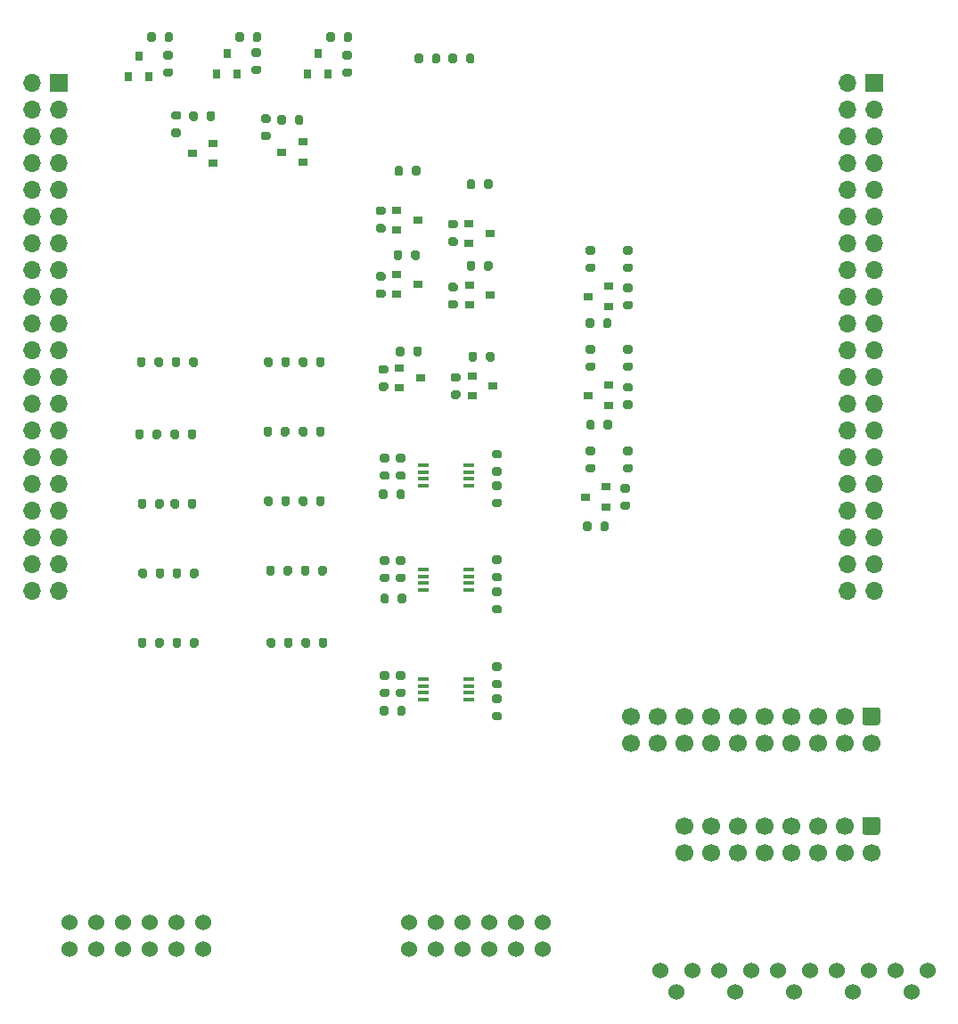
<source format=gbs>
%TF.GenerationSoftware,KiCad,Pcbnew,5.99.0+really5.1.12+dfsg1-1~bpo11+1*%
%TF.CreationDate,2021-12-22T21:03:21+01:00*%
%TF.ProjectId,ConnectorCubeV2-A,436f6e6e-6563-4746-9f72-437562655632,rev?*%
%TF.SameCoordinates,Original*%
%TF.FileFunction,Soldermask,Bot*%
%TF.FilePolarity,Negative*%
%FSLAX46Y46*%
G04 Gerber Fmt 4.6, Leading zero omitted, Abs format (unit mm)*
G04 Created by KiCad (PCBNEW 5.99.0+really5.1.12+dfsg1-1~bpo11+1) date 2021-12-22 21:03:21*
%MOMM*%
%LPD*%
G01*
G04 APERTURE LIST*
%ADD10C,1.700000*%
%ADD11R,1.100000X0.400000*%
%ADD12C,1.524000*%
%ADD13R,0.900000X0.800000*%
%ADD14R,0.800000X0.900000*%
%ADD15O,1.700000X1.700000*%
%ADD16R,1.700000X1.700000*%
G04 APERTURE END LIST*
%TO.C,R1011*%
G36*
G01*
X127780000Y-92308000D02*
X127780000Y-92858000D01*
G75*
G02*
X127580000Y-93058000I-200000J0D01*
G01*
X127180000Y-93058000D01*
G75*
G02*
X126980000Y-92858000I0J200000D01*
G01*
X126980000Y-92308000D01*
G75*
G02*
X127180000Y-92108000I200000J0D01*
G01*
X127580000Y-92108000D01*
G75*
G02*
X127780000Y-92308000I0J-200000D01*
G01*
G37*
G36*
G01*
X126130000Y-92308000D02*
X126130000Y-92858000D01*
G75*
G02*
X125930000Y-93058000I-200000J0D01*
G01*
X125530000Y-93058000D01*
G75*
G02*
X125330000Y-92858000I0J200000D01*
G01*
X125330000Y-92308000D01*
G75*
G02*
X125530000Y-92108000I200000J0D01*
G01*
X125930000Y-92108000D01*
G75*
G02*
X126130000Y-92308000I0J-200000D01*
G01*
G37*
%TD*%
%TO.C,R1009*%
G36*
G01*
X122765000Y-92308000D02*
X122765000Y-92858000D01*
G75*
G02*
X122565000Y-93058000I-200000J0D01*
G01*
X122165000Y-93058000D01*
G75*
G02*
X121965000Y-92858000I0J200000D01*
G01*
X121965000Y-92308000D01*
G75*
G02*
X122165000Y-92108000I200000J0D01*
G01*
X122565000Y-92108000D01*
G75*
G02*
X122765000Y-92308000I0J-200000D01*
G01*
G37*
G36*
G01*
X124415000Y-92308000D02*
X124415000Y-92858000D01*
G75*
G02*
X124215000Y-93058000I-200000J0D01*
G01*
X123815000Y-93058000D01*
G75*
G02*
X123615000Y-92858000I0J200000D01*
G01*
X123615000Y-92308000D01*
G75*
G02*
X123815000Y-92108000I200000J0D01*
G01*
X124215000Y-92108000D01*
G75*
G02*
X124415000Y-92308000I0J-200000D01*
G01*
G37*
%TD*%
%TO.C,R1008*%
G36*
G01*
X127971000Y-105516000D02*
X127971000Y-106066000D01*
G75*
G02*
X127771000Y-106266000I-200000J0D01*
G01*
X127371000Y-106266000D01*
G75*
G02*
X127171000Y-106066000I0J200000D01*
G01*
X127171000Y-105516000D01*
G75*
G02*
X127371000Y-105316000I200000J0D01*
G01*
X127771000Y-105316000D01*
G75*
G02*
X127971000Y-105516000I0J-200000D01*
G01*
G37*
G36*
G01*
X126321000Y-105516000D02*
X126321000Y-106066000D01*
G75*
G02*
X126121000Y-106266000I-200000J0D01*
G01*
X125721000Y-106266000D01*
G75*
G02*
X125521000Y-106066000I0J200000D01*
G01*
X125521000Y-105516000D01*
G75*
G02*
X125721000Y-105316000I200000J0D01*
G01*
X126121000Y-105316000D01*
G75*
G02*
X126321000Y-105516000I0J-200000D01*
G01*
G37*
%TD*%
%TO.C,R1006*%
G36*
G01*
X123019000Y-105516000D02*
X123019000Y-106066000D01*
G75*
G02*
X122819000Y-106266000I-200000J0D01*
G01*
X122419000Y-106266000D01*
G75*
G02*
X122219000Y-106066000I0J200000D01*
G01*
X122219000Y-105516000D01*
G75*
G02*
X122419000Y-105316000I200000J0D01*
G01*
X122819000Y-105316000D01*
G75*
G02*
X123019000Y-105516000I0J-200000D01*
G01*
G37*
G36*
G01*
X124669000Y-105516000D02*
X124669000Y-106066000D01*
G75*
G02*
X124469000Y-106266000I-200000J0D01*
G01*
X124069000Y-106266000D01*
G75*
G02*
X123869000Y-106066000I0J200000D01*
G01*
X123869000Y-105516000D01*
G75*
G02*
X124069000Y-105316000I200000J0D01*
G01*
X124469000Y-105316000D01*
G75*
G02*
X124669000Y-105516000I0J-200000D01*
G01*
G37*
%TD*%
%TO.C,R1013*%
G36*
G01*
X110573000Y-92562000D02*
X110573000Y-93112000D01*
G75*
G02*
X110373000Y-93312000I-200000J0D01*
G01*
X109973000Y-93312000D01*
G75*
G02*
X109773000Y-93112000I0J200000D01*
G01*
X109773000Y-92562000D01*
G75*
G02*
X109973000Y-92362000I200000J0D01*
G01*
X110373000Y-92362000D01*
G75*
G02*
X110573000Y-92562000I0J-200000D01*
G01*
G37*
G36*
G01*
X112223000Y-92562000D02*
X112223000Y-93112000D01*
G75*
G02*
X112023000Y-93312000I-200000J0D01*
G01*
X111623000Y-93312000D01*
G75*
G02*
X111423000Y-93112000I0J200000D01*
G01*
X111423000Y-92562000D01*
G75*
G02*
X111623000Y-92362000I200000J0D01*
G01*
X112023000Y-92362000D01*
G75*
G02*
X112223000Y-92562000I0J-200000D01*
G01*
G37*
%TD*%
%TO.C,R1015*%
G36*
G01*
X115588000Y-92562000D02*
X115588000Y-93112000D01*
G75*
G02*
X115388000Y-93312000I-200000J0D01*
G01*
X114988000Y-93312000D01*
G75*
G02*
X114788000Y-93112000I0J200000D01*
G01*
X114788000Y-92562000D01*
G75*
G02*
X114988000Y-92362000I200000J0D01*
G01*
X115388000Y-92362000D01*
G75*
G02*
X115588000Y-92562000I0J-200000D01*
G01*
G37*
G36*
G01*
X113938000Y-92562000D02*
X113938000Y-93112000D01*
G75*
G02*
X113738000Y-93312000I-200000J0D01*
G01*
X113338000Y-93312000D01*
G75*
G02*
X113138000Y-93112000I0J200000D01*
G01*
X113138000Y-92562000D01*
G75*
G02*
X113338000Y-92362000I200000J0D01*
G01*
X113738000Y-92362000D01*
G75*
G02*
X113938000Y-92562000I0J-200000D01*
G01*
G37*
%TD*%
%TO.C,R1018*%
G36*
G01*
X110827000Y-112374000D02*
X110827000Y-112924000D01*
G75*
G02*
X110627000Y-113124000I-200000J0D01*
G01*
X110227000Y-113124000D01*
G75*
G02*
X110027000Y-112924000I0J200000D01*
G01*
X110027000Y-112374000D01*
G75*
G02*
X110227000Y-112174000I200000J0D01*
G01*
X110627000Y-112174000D01*
G75*
G02*
X110827000Y-112374000I0J-200000D01*
G01*
G37*
G36*
G01*
X112477000Y-112374000D02*
X112477000Y-112924000D01*
G75*
G02*
X112277000Y-113124000I-200000J0D01*
G01*
X111877000Y-113124000D01*
G75*
G02*
X111677000Y-112924000I0J200000D01*
G01*
X111677000Y-112374000D01*
G75*
G02*
X111877000Y-112174000I200000J0D01*
G01*
X112277000Y-112174000D01*
G75*
G02*
X112477000Y-112374000I0J-200000D01*
G01*
G37*
%TD*%
%TO.C,R1020*%
G36*
G01*
X115779000Y-112374000D02*
X115779000Y-112924000D01*
G75*
G02*
X115579000Y-113124000I-200000J0D01*
G01*
X115179000Y-113124000D01*
G75*
G02*
X114979000Y-112924000I0J200000D01*
G01*
X114979000Y-112374000D01*
G75*
G02*
X115179000Y-112174000I200000J0D01*
G01*
X115579000Y-112174000D01*
G75*
G02*
X115779000Y-112374000I0J-200000D01*
G01*
G37*
G36*
G01*
X114129000Y-112374000D02*
X114129000Y-112924000D01*
G75*
G02*
X113929000Y-113124000I-200000J0D01*
G01*
X113529000Y-113124000D01*
G75*
G02*
X113329000Y-112924000I0J200000D01*
G01*
X113329000Y-112374000D01*
G75*
G02*
X113529000Y-112174000I200000J0D01*
G01*
X113929000Y-112174000D01*
G75*
G02*
X114129000Y-112374000I0J-200000D01*
G01*
G37*
%TD*%
%TO.C,R1014*%
G36*
G01*
X123082000Y-112374000D02*
X123082000Y-112924000D01*
G75*
G02*
X122882000Y-113124000I-200000J0D01*
G01*
X122482000Y-113124000D01*
G75*
G02*
X122282000Y-112924000I0J200000D01*
G01*
X122282000Y-112374000D01*
G75*
G02*
X122482000Y-112174000I200000J0D01*
G01*
X122882000Y-112174000D01*
G75*
G02*
X123082000Y-112374000I0J-200000D01*
G01*
G37*
G36*
G01*
X124732000Y-112374000D02*
X124732000Y-112924000D01*
G75*
G02*
X124532000Y-113124000I-200000J0D01*
G01*
X124132000Y-113124000D01*
G75*
G02*
X123932000Y-112924000I0J200000D01*
G01*
X123932000Y-112374000D01*
G75*
G02*
X124132000Y-112174000I200000J0D01*
G01*
X124532000Y-112174000D01*
G75*
G02*
X124732000Y-112374000I0J-200000D01*
G01*
G37*
%TD*%
%TO.C,R1016*%
G36*
G01*
X128034000Y-112374000D02*
X128034000Y-112924000D01*
G75*
G02*
X127834000Y-113124000I-200000J0D01*
G01*
X127434000Y-113124000D01*
G75*
G02*
X127234000Y-112924000I0J200000D01*
G01*
X127234000Y-112374000D01*
G75*
G02*
X127434000Y-112174000I200000J0D01*
G01*
X127834000Y-112174000D01*
G75*
G02*
X128034000Y-112374000I0J-200000D01*
G01*
G37*
G36*
G01*
X126384000Y-112374000D02*
X126384000Y-112924000D01*
G75*
G02*
X126184000Y-113124000I-200000J0D01*
G01*
X125784000Y-113124000D01*
G75*
G02*
X125584000Y-112924000I0J200000D01*
G01*
X125584000Y-112374000D01*
G75*
G02*
X125784000Y-112174000I200000J0D01*
G01*
X126184000Y-112174000D01*
G75*
G02*
X126384000Y-112374000I0J-200000D01*
G01*
G37*
%TD*%
%TO.C,R1003*%
G36*
G01*
X127780000Y-85704000D02*
X127780000Y-86254000D01*
G75*
G02*
X127580000Y-86454000I-200000J0D01*
G01*
X127180000Y-86454000D01*
G75*
G02*
X126980000Y-86254000I0J200000D01*
G01*
X126980000Y-85704000D01*
G75*
G02*
X127180000Y-85504000I200000J0D01*
G01*
X127580000Y-85504000D01*
G75*
G02*
X127780000Y-85704000I0J-200000D01*
G01*
G37*
G36*
G01*
X126130000Y-85704000D02*
X126130000Y-86254000D01*
G75*
G02*
X125930000Y-86454000I-200000J0D01*
G01*
X125530000Y-86454000D01*
G75*
G02*
X125330000Y-86254000I0J200000D01*
G01*
X125330000Y-85704000D01*
G75*
G02*
X125530000Y-85504000I200000J0D01*
G01*
X125930000Y-85504000D01*
G75*
G02*
X126130000Y-85704000I0J-200000D01*
G01*
G37*
%TD*%
%TO.C,R1001*%
G36*
G01*
X122828000Y-85704000D02*
X122828000Y-86254000D01*
G75*
G02*
X122628000Y-86454000I-200000J0D01*
G01*
X122228000Y-86454000D01*
G75*
G02*
X122028000Y-86254000I0J200000D01*
G01*
X122028000Y-85704000D01*
G75*
G02*
X122228000Y-85504000I200000J0D01*
G01*
X122628000Y-85504000D01*
G75*
G02*
X122828000Y-85704000I0J-200000D01*
G01*
G37*
G36*
G01*
X124478000Y-85704000D02*
X124478000Y-86254000D01*
G75*
G02*
X124278000Y-86454000I-200000J0D01*
G01*
X123878000Y-86454000D01*
G75*
G02*
X123678000Y-86254000I0J200000D01*
G01*
X123678000Y-85704000D01*
G75*
G02*
X123878000Y-85504000I200000J0D01*
G01*
X124278000Y-85504000D01*
G75*
G02*
X124478000Y-85704000I0J-200000D01*
G01*
G37*
%TD*%
%TO.C,R1017*%
G36*
G01*
X122828000Y-98912000D02*
X122828000Y-99462000D01*
G75*
G02*
X122628000Y-99662000I-200000J0D01*
G01*
X122228000Y-99662000D01*
G75*
G02*
X122028000Y-99462000I0J200000D01*
G01*
X122028000Y-98912000D01*
G75*
G02*
X122228000Y-98712000I200000J0D01*
G01*
X122628000Y-98712000D01*
G75*
G02*
X122828000Y-98912000I0J-200000D01*
G01*
G37*
G36*
G01*
X124478000Y-98912000D02*
X124478000Y-99462000D01*
G75*
G02*
X124278000Y-99662000I-200000J0D01*
G01*
X123878000Y-99662000D01*
G75*
G02*
X123678000Y-99462000I0J200000D01*
G01*
X123678000Y-98912000D01*
G75*
G02*
X123878000Y-98712000I200000J0D01*
G01*
X124278000Y-98712000D01*
G75*
G02*
X124478000Y-98912000I0J-200000D01*
G01*
G37*
%TD*%
%TO.C,R1019*%
G36*
G01*
X127780000Y-98912000D02*
X127780000Y-99462000D01*
G75*
G02*
X127580000Y-99662000I-200000J0D01*
G01*
X127180000Y-99662000D01*
G75*
G02*
X126980000Y-99462000I0J200000D01*
G01*
X126980000Y-98912000D01*
G75*
G02*
X127180000Y-98712000I200000J0D01*
G01*
X127580000Y-98712000D01*
G75*
G02*
X127780000Y-98912000I0J-200000D01*
G01*
G37*
G36*
G01*
X126130000Y-98912000D02*
X126130000Y-99462000D01*
G75*
G02*
X125930000Y-99662000I-200000J0D01*
G01*
X125530000Y-99662000D01*
G75*
G02*
X125330000Y-99462000I0J200000D01*
G01*
X125330000Y-98912000D01*
G75*
G02*
X125530000Y-98712000I200000J0D01*
G01*
X125930000Y-98712000D01*
G75*
G02*
X126130000Y-98912000I0J-200000D01*
G01*
G37*
%TD*%
%TO.C,R1002*%
G36*
G01*
X110827000Y-99166000D02*
X110827000Y-99716000D01*
G75*
G02*
X110627000Y-99916000I-200000J0D01*
G01*
X110227000Y-99916000D01*
G75*
G02*
X110027000Y-99716000I0J200000D01*
G01*
X110027000Y-99166000D01*
G75*
G02*
X110227000Y-98966000I200000J0D01*
G01*
X110627000Y-98966000D01*
G75*
G02*
X110827000Y-99166000I0J-200000D01*
G01*
G37*
G36*
G01*
X112477000Y-99166000D02*
X112477000Y-99716000D01*
G75*
G02*
X112277000Y-99916000I-200000J0D01*
G01*
X111877000Y-99916000D01*
G75*
G02*
X111677000Y-99716000I0J200000D01*
G01*
X111677000Y-99166000D01*
G75*
G02*
X111877000Y-98966000I200000J0D01*
G01*
X112277000Y-98966000D01*
G75*
G02*
X112477000Y-99166000I0J-200000D01*
G01*
G37*
%TD*%
%TO.C,R1004*%
G36*
G01*
X115588000Y-99166000D02*
X115588000Y-99716000D01*
G75*
G02*
X115388000Y-99916000I-200000J0D01*
G01*
X114988000Y-99916000D01*
G75*
G02*
X114788000Y-99716000I0J200000D01*
G01*
X114788000Y-99166000D01*
G75*
G02*
X114988000Y-98966000I200000J0D01*
G01*
X115388000Y-98966000D01*
G75*
G02*
X115588000Y-99166000I0J-200000D01*
G01*
G37*
G36*
G01*
X113938000Y-99166000D02*
X113938000Y-99716000D01*
G75*
G02*
X113738000Y-99916000I-200000J0D01*
G01*
X113338000Y-99916000D01*
G75*
G02*
X113138000Y-99716000I0J200000D01*
G01*
X113138000Y-99166000D01*
G75*
G02*
X113338000Y-98966000I200000J0D01*
G01*
X113738000Y-98966000D01*
G75*
G02*
X113938000Y-99166000I0J-200000D01*
G01*
G37*
%TD*%
%TO.C,R1005*%
G36*
G01*
X110764000Y-85704000D02*
X110764000Y-86254000D01*
G75*
G02*
X110564000Y-86454000I-200000J0D01*
G01*
X110164000Y-86454000D01*
G75*
G02*
X109964000Y-86254000I0J200000D01*
G01*
X109964000Y-85704000D01*
G75*
G02*
X110164000Y-85504000I200000J0D01*
G01*
X110564000Y-85504000D01*
G75*
G02*
X110764000Y-85704000I0J-200000D01*
G01*
G37*
G36*
G01*
X112414000Y-85704000D02*
X112414000Y-86254000D01*
G75*
G02*
X112214000Y-86454000I-200000J0D01*
G01*
X111814000Y-86454000D01*
G75*
G02*
X111614000Y-86254000I0J200000D01*
G01*
X111614000Y-85704000D01*
G75*
G02*
X111814000Y-85504000I200000J0D01*
G01*
X112214000Y-85504000D01*
G75*
G02*
X112414000Y-85704000I0J-200000D01*
G01*
G37*
%TD*%
%TO.C,R1007*%
G36*
G01*
X115716000Y-85704000D02*
X115716000Y-86254000D01*
G75*
G02*
X115516000Y-86454000I-200000J0D01*
G01*
X115116000Y-86454000D01*
G75*
G02*
X114916000Y-86254000I0J200000D01*
G01*
X114916000Y-85704000D01*
G75*
G02*
X115116000Y-85504000I200000J0D01*
G01*
X115516000Y-85504000D01*
G75*
G02*
X115716000Y-85704000I0J-200000D01*
G01*
G37*
G36*
G01*
X114066000Y-85704000D02*
X114066000Y-86254000D01*
G75*
G02*
X113866000Y-86454000I-200000J0D01*
G01*
X113466000Y-86454000D01*
G75*
G02*
X113266000Y-86254000I0J200000D01*
G01*
X113266000Y-85704000D01*
G75*
G02*
X113466000Y-85504000I200000J0D01*
G01*
X113866000Y-85504000D01*
G75*
G02*
X114066000Y-85704000I0J-200000D01*
G01*
G37*
%TD*%
%TO.C,R1010*%
G36*
G01*
X112540000Y-105770000D02*
X112540000Y-106320000D01*
G75*
G02*
X112340000Y-106520000I-200000J0D01*
G01*
X111940000Y-106520000D01*
G75*
G02*
X111740000Y-106320000I0J200000D01*
G01*
X111740000Y-105770000D01*
G75*
G02*
X111940000Y-105570000I200000J0D01*
G01*
X112340000Y-105570000D01*
G75*
G02*
X112540000Y-105770000I0J-200000D01*
G01*
G37*
G36*
G01*
X110890000Y-105770000D02*
X110890000Y-106320000D01*
G75*
G02*
X110690000Y-106520000I-200000J0D01*
G01*
X110290000Y-106520000D01*
G75*
G02*
X110090000Y-106320000I0J200000D01*
G01*
X110090000Y-105770000D01*
G75*
G02*
X110290000Y-105570000I200000J0D01*
G01*
X110690000Y-105570000D01*
G75*
G02*
X110890000Y-105770000I0J-200000D01*
G01*
G37*
%TD*%
%TO.C,R1012*%
G36*
G01*
X115779000Y-105770000D02*
X115779000Y-106320000D01*
G75*
G02*
X115579000Y-106520000I-200000J0D01*
G01*
X115179000Y-106520000D01*
G75*
G02*
X114979000Y-106320000I0J200000D01*
G01*
X114979000Y-105770000D01*
G75*
G02*
X115179000Y-105570000I200000J0D01*
G01*
X115579000Y-105570000D01*
G75*
G02*
X115779000Y-105770000I0J-200000D01*
G01*
G37*
G36*
G01*
X114129000Y-105770000D02*
X114129000Y-106320000D01*
G75*
G02*
X113929000Y-106520000I-200000J0D01*
G01*
X113529000Y-106520000D01*
G75*
G02*
X113329000Y-106320000I0J200000D01*
G01*
X113329000Y-105770000D01*
G75*
G02*
X113529000Y-105570000I200000J0D01*
G01*
X113929000Y-105570000D01*
G75*
G02*
X114129000Y-105770000I0J-200000D01*
G01*
G37*
%TD*%
%TO.C,J302*%
G36*
G01*
X179105000Y-118784000D02*
X180305000Y-118784000D01*
G75*
G02*
X180555000Y-119034000I0J-250000D01*
G01*
X180555000Y-120234000D01*
G75*
G02*
X180305000Y-120484000I-250000J0D01*
G01*
X179105000Y-120484000D01*
G75*
G02*
X178855000Y-120234000I0J250000D01*
G01*
X178855000Y-119034000D01*
G75*
G02*
X179105000Y-118784000I250000J0D01*
G01*
G37*
D10*
X177165000Y-119634000D03*
X174625000Y-119634000D03*
X172085000Y-119634000D03*
X169545000Y-119634000D03*
X167005000Y-119634000D03*
X164465000Y-119634000D03*
X161925000Y-119634000D03*
X159385000Y-119634000D03*
X156845000Y-119634000D03*
X179705000Y-122174000D03*
X177165000Y-122174000D03*
X174625000Y-122174000D03*
X172085000Y-122174000D03*
X169545000Y-122174000D03*
X167005000Y-122174000D03*
X164465000Y-122174000D03*
X161925000Y-122174000D03*
X159385000Y-122174000D03*
X156845000Y-122174000D03*
%TD*%
%TO.C,R207*%
G36*
G01*
X134726000Y-96374000D02*
X135276000Y-96374000D01*
G75*
G02*
X135476000Y-96574000I0J-200000D01*
G01*
X135476000Y-96974000D01*
G75*
G02*
X135276000Y-97174000I-200000J0D01*
G01*
X134726000Y-97174000D01*
G75*
G02*
X134526000Y-96974000I0J200000D01*
G01*
X134526000Y-96574000D01*
G75*
G02*
X134726000Y-96374000I200000J0D01*
G01*
G37*
G36*
G01*
X134726000Y-94724000D02*
X135276000Y-94724000D01*
G75*
G02*
X135476000Y-94924000I0J-200000D01*
G01*
X135476000Y-95324000D01*
G75*
G02*
X135276000Y-95524000I-200000J0D01*
G01*
X134726000Y-95524000D01*
G75*
G02*
X134526000Y-95324000I0J200000D01*
G01*
X134526000Y-94924000D01*
G75*
G02*
X134726000Y-94724000I200000J0D01*
G01*
G37*
%TD*%
%TO.C,R210*%
G36*
G01*
X133202000Y-94724000D02*
X133752000Y-94724000D01*
G75*
G02*
X133952000Y-94924000I0J-200000D01*
G01*
X133952000Y-95324000D01*
G75*
G02*
X133752000Y-95524000I-200000J0D01*
G01*
X133202000Y-95524000D01*
G75*
G02*
X133002000Y-95324000I0J200000D01*
G01*
X133002000Y-94924000D01*
G75*
G02*
X133202000Y-94724000I200000J0D01*
G01*
G37*
G36*
G01*
X133202000Y-96374000D02*
X133752000Y-96374000D01*
G75*
G02*
X133952000Y-96574000I0J-200000D01*
G01*
X133952000Y-96974000D01*
G75*
G02*
X133752000Y-97174000I-200000J0D01*
G01*
X133202000Y-97174000D01*
G75*
G02*
X133002000Y-96974000I0J200000D01*
G01*
X133002000Y-96574000D01*
G75*
G02*
X133202000Y-96374000I200000J0D01*
G01*
G37*
%TD*%
D11*
%TO.C,U201*%
X141469000Y-95799000D03*
X141469000Y-96449000D03*
X141469000Y-97099000D03*
X141469000Y-97749000D03*
X137169000Y-97749000D03*
X137169000Y-97099000D03*
X137169000Y-96449000D03*
X137169000Y-95799000D03*
%TD*%
%TO.C,R213*%
G36*
G01*
X134601000Y-98827000D02*
X134601000Y-98277000D01*
G75*
G02*
X134801000Y-98077000I200000J0D01*
G01*
X135201000Y-98077000D01*
G75*
G02*
X135401000Y-98277000I0J-200000D01*
G01*
X135401000Y-98827000D01*
G75*
G02*
X135201000Y-99027000I-200000J0D01*
G01*
X134801000Y-99027000D01*
G75*
G02*
X134601000Y-98827000I0J200000D01*
G01*
G37*
G36*
G01*
X132951000Y-98827000D02*
X132951000Y-98277000D01*
G75*
G02*
X133151000Y-98077000I200000J0D01*
G01*
X133551000Y-98077000D01*
G75*
G02*
X133751000Y-98277000I0J-200000D01*
G01*
X133751000Y-98827000D01*
G75*
G02*
X133551000Y-99027000I-200000J0D01*
G01*
X133151000Y-99027000D01*
G75*
G02*
X132951000Y-98827000I0J200000D01*
G01*
G37*
%TD*%
%TO.C,R204*%
G36*
G01*
X143870000Y-95992000D02*
X144420000Y-95992000D01*
G75*
G02*
X144620000Y-96192000I0J-200000D01*
G01*
X144620000Y-96592000D01*
G75*
G02*
X144420000Y-96792000I-200000J0D01*
G01*
X143870000Y-96792000D01*
G75*
G02*
X143670000Y-96592000I0J200000D01*
G01*
X143670000Y-96192000D01*
G75*
G02*
X143870000Y-95992000I200000J0D01*
G01*
G37*
G36*
G01*
X143870000Y-94342000D02*
X144420000Y-94342000D01*
G75*
G02*
X144620000Y-94542000I0J-200000D01*
G01*
X144620000Y-94942000D01*
G75*
G02*
X144420000Y-95142000I-200000J0D01*
G01*
X143870000Y-95142000D01*
G75*
G02*
X143670000Y-94942000I0J200000D01*
G01*
X143670000Y-94542000D01*
G75*
G02*
X143870000Y-94342000I200000J0D01*
G01*
G37*
%TD*%
%TO.C,R201*%
G36*
G01*
X144420000Y-98127000D02*
X143870000Y-98127000D01*
G75*
G02*
X143670000Y-97927000I0J200000D01*
G01*
X143670000Y-97527000D01*
G75*
G02*
X143870000Y-97327000I200000J0D01*
G01*
X144420000Y-97327000D01*
G75*
G02*
X144620000Y-97527000I0J-200000D01*
G01*
X144620000Y-97927000D01*
G75*
G02*
X144420000Y-98127000I-200000J0D01*
G01*
G37*
G36*
G01*
X144420000Y-99777000D02*
X143870000Y-99777000D01*
G75*
G02*
X143670000Y-99577000I0J200000D01*
G01*
X143670000Y-99177000D01*
G75*
G02*
X143870000Y-98977000I200000J0D01*
G01*
X144420000Y-98977000D01*
G75*
G02*
X144620000Y-99177000I0J-200000D01*
G01*
X144620000Y-99577000D01*
G75*
G02*
X144420000Y-99777000I-200000J0D01*
G01*
G37*
%TD*%
D12*
%TO.C,U1103*%
X138303000Y-141732000D03*
X140843000Y-141732000D03*
X143383000Y-141732000D03*
X145923000Y-141732000D03*
X148463000Y-141732000D03*
X135763000Y-141732000D03*
X135763000Y-139192000D03*
X138303000Y-139192000D03*
X140843000Y-139192000D03*
X143383000Y-139192000D03*
X145923000Y-139192000D03*
X148463000Y-139192000D03*
%TD*%
%TO.C,U1102*%
X116205000Y-139192000D03*
X113665000Y-139192000D03*
X111125000Y-139192000D03*
X108585000Y-139192000D03*
X106045000Y-139192000D03*
X103505000Y-139192000D03*
X103505000Y-141732000D03*
X116205000Y-141732000D03*
X113665000Y-141732000D03*
X111125000Y-141732000D03*
X108585000Y-141732000D03*
X106045000Y-141732000D03*
%TD*%
%TO.C,R409*%
G36*
G01*
X119298000Y-55393000D02*
X119298000Y-54843000D01*
G75*
G02*
X119498000Y-54643000I200000J0D01*
G01*
X119898000Y-54643000D01*
G75*
G02*
X120098000Y-54843000I0J-200000D01*
G01*
X120098000Y-55393000D01*
G75*
G02*
X119898000Y-55593000I-200000J0D01*
G01*
X119498000Y-55593000D01*
G75*
G02*
X119298000Y-55393000I0J200000D01*
G01*
G37*
G36*
G01*
X120948000Y-55393000D02*
X120948000Y-54843000D01*
G75*
G02*
X121148000Y-54643000I200000J0D01*
G01*
X121548000Y-54643000D01*
G75*
G02*
X121748000Y-54843000I0J-200000D01*
G01*
X121748000Y-55393000D01*
G75*
G02*
X121548000Y-55593000I-200000J0D01*
G01*
X121148000Y-55593000D01*
G75*
G02*
X120948000Y-55393000I0J200000D01*
G01*
G37*
%TD*%
%TO.C,R408*%
G36*
G01*
X129584000Y-55393000D02*
X129584000Y-54843000D01*
G75*
G02*
X129784000Y-54643000I200000J0D01*
G01*
X130184000Y-54643000D01*
G75*
G02*
X130384000Y-54843000I0J-200000D01*
G01*
X130384000Y-55393000D01*
G75*
G02*
X130184000Y-55593000I-200000J0D01*
G01*
X129784000Y-55593000D01*
G75*
G02*
X129584000Y-55393000I0J200000D01*
G01*
G37*
G36*
G01*
X127934000Y-55393000D02*
X127934000Y-54843000D01*
G75*
G02*
X128134000Y-54643000I200000J0D01*
G01*
X128534000Y-54643000D01*
G75*
G02*
X128734000Y-54843000I0J-200000D01*
G01*
X128734000Y-55393000D01*
G75*
G02*
X128534000Y-55593000I-200000J0D01*
G01*
X128134000Y-55593000D01*
G75*
G02*
X127934000Y-55393000I0J200000D01*
G01*
G37*
%TD*%
%TO.C,R401*%
G36*
G01*
X124098000Y-62717000D02*
X124098000Y-63267000D01*
G75*
G02*
X123898000Y-63467000I-200000J0D01*
G01*
X123498000Y-63467000D01*
G75*
G02*
X123298000Y-63267000I0J200000D01*
G01*
X123298000Y-62717000D01*
G75*
G02*
X123498000Y-62517000I200000J0D01*
G01*
X123898000Y-62517000D01*
G75*
G02*
X124098000Y-62717000I0J-200000D01*
G01*
G37*
G36*
G01*
X125748000Y-62717000D02*
X125748000Y-63267000D01*
G75*
G02*
X125548000Y-63467000I-200000J0D01*
G01*
X125148000Y-63467000D01*
G75*
G02*
X124948000Y-63267000I0J200000D01*
G01*
X124948000Y-62717000D01*
G75*
G02*
X125148000Y-62517000I200000J0D01*
G01*
X125548000Y-62517000D01*
G75*
G02*
X125748000Y-62717000I0J-200000D01*
G01*
G37*
%TD*%
%TO.C,R407*%
G36*
G01*
X113940000Y-64598000D02*
X113390000Y-64598000D01*
G75*
G02*
X113190000Y-64398000I0J200000D01*
G01*
X113190000Y-63998000D01*
G75*
G02*
X113390000Y-63798000I200000J0D01*
G01*
X113940000Y-63798000D01*
G75*
G02*
X114140000Y-63998000I0J-200000D01*
G01*
X114140000Y-64398000D01*
G75*
G02*
X113940000Y-64598000I-200000J0D01*
G01*
G37*
G36*
G01*
X113940000Y-62948000D02*
X113390000Y-62948000D01*
G75*
G02*
X113190000Y-62748000I0J200000D01*
G01*
X113190000Y-62348000D01*
G75*
G02*
X113390000Y-62148000I200000J0D01*
G01*
X113940000Y-62148000D01*
G75*
G02*
X114140000Y-62348000I0J-200000D01*
G01*
X114140000Y-62748000D01*
G75*
G02*
X113940000Y-62948000I-200000J0D01*
G01*
G37*
%TD*%
%TO.C,R406*%
G36*
G01*
X122449000Y-63266000D02*
X121899000Y-63266000D01*
G75*
G02*
X121699000Y-63066000I0J200000D01*
G01*
X121699000Y-62666000D01*
G75*
G02*
X121899000Y-62466000I200000J0D01*
G01*
X122449000Y-62466000D01*
G75*
G02*
X122649000Y-62666000I0J-200000D01*
G01*
X122649000Y-63066000D01*
G75*
G02*
X122449000Y-63266000I-200000J0D01*
G01*
G37*
G36*
G01*
X122449000Y-64916000D02*
X121899000Y-64916000D01*
G75*
G02*
X121699000Y-64716000I0J200000D01*
G01*
X121699000Y-64316000D01*
G75*
G02*
X121899000Y-64116000I200000J0D01*
G01*
X122449000Y-64116000D01*
G75*
G02*
X122649000Y-64316000I0J-200000D01*
G01*
X122649000Y-64716000D01*
G75*
G02*
X122449000Y-64916000I-200000J0D01*
G01*
G37*
%TD*%
D13*
%TO.C,Q401*%
X125714000Y-65090000D03*
X125714000Y-66990000D03*
X123714000Y-66040000D03*
%TD*%
%TO.C,R403*%
G36*
G01*
X130196000Y-58883000D02*
X129646000Y-58883000D01*
G75*
G02*
X129446000Y-58683000I0J200000D01*
G01*
X129446000Y-58283000D01*
G75*
G02*
X129646000Y-58083000I200000J0D01*
G01*
X130196000Y-58083000D01*
G75*
G02*
X130396000Y-58283000I0J-200000D01*
G01*
X130396000Y-58683000D01*
G75*
G02*
X130196000Y-58883000I-200000J0D01*
G01*
G37*
G36*
G01*
X130196000Y-57233000D02*
X129646000Y-57233000D01*
G75*
G02*
X129446000Y-57033000I0J200000D01*
G01*
X129446000Y-56633000D01*
G75*
G02*
X129646000Y-56433000I200000J0D01*
G01*
X130196000Y-56433000D01*
G75*
G02*
X130396000Y-56633000I0J-200000D01*
G01*
X130396000Y-57033000D01*
G75*
G02*
X130196000Y-57233000I-200000J0D01*
G01*
G37*
%TD*%
%TO.C,R402*%
G36*
G01*
X115717000Y-62336000D02*
X115717000Y-62886000D01*
G75*
G02*
X115517000Y-63086000I-200000J0D01*
G01*
X115117000Y-63086000D01*
G75*
G02*
X114917000Y-62886000I0J200000D01*
G01*
X114917000Y-62336000D01*
G75*
G02*
X115117000Y-62136000I200000J0D01*
G01*
X115517000Y-62136000D01*
G75*
G02*
X115717000Y-62336000I0J-200000D01*
G01*
G37*
G36*
G01*
X117367000Y-62336000D02*
X117367000Y-62886000D01*
G75*
G02*
X117167000Y-63086000I-200000J0D01*
G01*
X116767000Y-63086000D01*
G75*
G02*
X116567000Y-62886000I0J200000D01*
G01*
X116567000Y-62336000D01*
G75*
G02*
X116767000Y-62136000I200000J0D01*
G01*
X117167000Y-62136000D01*
G75*
G02*
X117367000Y-62336000I0J-200000D01*
G01*
G37*
%TD*%
%TO.C,R410*%
G36*
G01*
X110916000Y-55393000D02*
X110916000Y-54843000D01*
G75*
G02*
X111116000Y-54643000I200000J0D01*
G01*
X111516000Y-54643000D01*
G75*
G02*
X111716000Y-54843000I0J-200000D01*
G01*
X111716000Y-55393000D01*
G75*
G02*
X111516000Y-55593000I-200000J0D01*
G01*
X111116000Y-55593000D01*
G75*
G02*
X110916000Y-55393000I0J200000D01*
G01*
G37*
G36*
G01*
X112566000Y-55393000D02*
X112566000Y-54843000D01*
G75*
G02*
X112766000Y-54643000I200000J0D01*
G01*
X113166000Y-54643000D01*
G75*
G02*
X113366000Y-54843000I0J-200000D01*
G01*
X113366000Y-55393000D01*
G75*
G02*
X113166000Y-55593000I-200000J0D01*
G01*
X112766000Y-55593000D01*
G75*
G02*
X112566000Y-55393000I0J200000D01*
G01*
G37*
%TD*%
%TO.C,R404*%
G36*
G01*
X121560000Y-56979000D02*
X121010000Y-56979000D01*
G75*
G02*
X120810000Y-56779000I0J200000D01*
G01*
X120810000Y-56379000D01*
G75*
G02*
X121010000Y-56179000I200000J0D01*
G01*
X121560000Y-56179000D01*
G75*
G02*
X121760000Y-56379000I0J-200000D01*
G01*
X121760000Y-56779000D01*
G75*
G02*
X121560000Y-56979000I-200000J0D01*
G01*
G37*
G36*
G01*
X121560000Y-58629000D02*
X121010000Y-58629000D01*
G75*
G02*
X120810000Y-58429000I0J200000D01*
G01*
X120810000Y-58029000D01*
G75*
G02*
X121010000Y-57829000I200000J0D01*
G01*
X121560000Y-57829000D01*
G75*
G02*
X121760000Y-58029000I0J-200000D01*
G01*
X121760000Y-58429000D01*
G75*
G02*
X121560000Y-58629000I-200000J0D01*
G01*
G37*
%TD*%
%TO.C,R405*%
G36*
G01*
X113178000Y-58883000D02*
X112628000Y-58883000D01*
G75*
G02*
X112428000Y-58683000I0J200000D01*
G01*
X112428000Y-58283000D01*
G75*
G02*
X112628000Y-58083000I200000J0D01*
G01*
X113178000Y-58083000D01*
G75*
G02*
X113378000Y-58283000I0J-200000D01*
G01*
X113378000Y-58683000D01*
G75*
G02*
X113178000Y-58883000I-200000J0D01*
G01*
G37*
G36*
G01*
X113178000Y-57233000D02*
X112628000Y-57233000D01*
G75*
G02*
X112428000Y-57033000I0J200000D01*
G01*
X112428000Y-56633000D01*
G75*
G02*
X112628000Y-56433000I200000J0D01*
G01*
X113178000Y-56433000D01*
G75*
G02*
X113378000Y-56633000I0J-200000D01*
G01*
X113378000Y-57033000D01*
G75*
G02*
X113178000Y-57233000I-200000J0D01*
G01*
G37*
%TD*%
%TO.C,Q402*%
X115205000Y-66167000D03*
X117205000Y-67117000D03*
X117205000Y-65217000D03*
%TD*%
D14*
%TO.C,Q404*%
X119441000Y-58658000D03*
X117541000Y-58658000D03*
X118491000Y-56658000D03*
%TD*%
%TO.C,Q405*%
X110109000Y-56912000D03*
X109159000Y-58912000D03*
X111059000Y-58912000D03*
%TD*%
%TO.C,Q403*%
X128077000Y-58658000D03*
X126177000Y-58658000D03*
X127127000Y-56658000D03*
%TD*%
%TO.C,R208*%
G36*
G01*
X134726000Y-104439000D02*
X135276000Y-104439000D01*
G75*
G02*
X135476000Y-104639000I0J-200000D01*
G01*
X135476000Y-105039000D01*
G75*
G02*
X135276000Y-105239000I-200000J0D01*
G01*
X134726000Y-105239000D01*
G75*
G02*
X134526000Y-105039000I0J200000D01*
G01*
X134526000Y-104639000D01*
G75*
G02*
X134726000Y-104439000I200000J0D01*
G01*
G37*
G36*
G01*
X134726000Y-106089000D02*
X135276000Y-106089000D01*
G75*
G02*
X135476000Y-106289000I0J-200000D01*
G01*
X135476000Y-106689000D01*
G75*
G02*
X135276000Y-106889000I-200000J0D01*
G01*
X134726000Y-106889000D01*
G75*
G02*
X134526000Y-106689000I0J200000D01*
G01*
X134526000Y-106289000D01*
G75*
G02*
X134726000Y-106089000I200000J0D01*
G01*
G37*
%TD*%
D15*
%TO.C,J1001*%
X177419000Y-107696000D03*
X179959000Y-107696000D03*
X177419000Y-105156000D03*
X179959000Y-105156000D03*
X177419000Y-102616000D03*
X179959000Y-102616000D03*
X177419000Y-100076000D03*
X179959000Y-100076000D03*
X177419000Y-97536000D03*
X179959000Y-97536000D03*
X177419000Y-94996000D03*
X179959000Y-94996000D03*
X177419000Y-92456000D03*
X179959000Y-92456000D03*
X177419000Y-89916000D03*
X179959000Y-89916000D03*
X177419000Y-87376000D03*
X179959000Y-87376000D03*
X177419000Y-84836000D03*
X179959000Y-84836000D03*
X177419000Y-82296000D03*
X179959000Y-82296000D03*
X177419000Y-79756000D03*
X179959000Y-79756000D03*
X177419000Y-77216000D03*
X179959000Y-77216000D03*
X177419000Y-74676000D03*
X179959000Y-74676000D03*
X177419000Y-72136000D03*
X179959000Y-72136000D03*
X177419000Y-69596000D03*
X179959000Y-69596000D03*
X177419000Y-67056000D03*
X179959000Y-67056000D03*
X177419000Y-64516000D03*
X179959000Y-64516000D03*
X177419000Y-61976000D03*
X179959000Y-61976000D03*
X177419000Y-59436000D03*
D16*
X179959000Y-59436000D03*
%TD*%
%TO.C,J1002*%
X102489000Y-59436000D03*
D15*
X99949000Y-59436000D03*
X102489000Y-61976000D03*
X99949000Y-61976000D03*
X102489000Y-64516000D03*
X99949000Y-64516000D03*
X102489000Y-67056000D03*
X99949000Y-67056000D03*
X102489000Y-69596000D03*
X99949000Y-69596000D03*
X102489000Y-72136000D03*
X99949000Y-72136000D03*
X102489000Y-74676000D03*
X99949000Y-74676000D03*
X102489000Y-77216000D03*
X99949000Y-77216000D03*
X102489000Y-79756000D03*
X99949000Y-79756000D03*
X102489000Y-82296000D03*
X99949000Y-82296000D03*
X102489000Y-84836000D03*
X99949000Y-84836000D03*
X102489000Y-87376000D03*
X99949000Y-87376000D03*
X102489000Y-89916000D03*
X99949000Y-89916000D03*
X102489000Y-92456000D03*
X99949000Y-92456000D03*
X102489000Y-94996000D03*
X99949000Y-94996000D03*
X102489000Y-97536000D03*
X99949000Y-97536000D03*
X102489000Y-100076000D03*
X99949000Y-100076000D03*
X102489000Y-102616000D03*
X99949000Y-102616000D03*
X102489000Y-105156000D03*
X99949000Y-105156000D03*
X102489000Y-107696000D03*
X99949000Y-107696000D03*
%TD*%
D13*
%TO.C,Q601*%
X134636000Y-73467000D03*
X134636000Y-71567000D03*
X136636000Y-72517000D03*
%TD*%
%TO.C,Q602*%
X134636000Y-79563000D03*
X134636000Y-77663000D03*
X136636000Y-78613000D03*
%TD*%
%TO.C,Q603*%
X134890000Y-88453000D03*
X134890000Y-86553000D03*
X136890000Y-87503000D03*
%TD*%
%TO.C,Q604*%
X143494000Y-73787000D03*
X141494000Y-72837000D03*
X141494000Y-74737000D03*
%TD*%
%TO.C,Q605*%
X141510000Y-80579000D03*
X141510000Y-78679000D03*
X143510000Y-79629000D03*
%TD*%
%TO.C,Q606*%
X143764000Y-88265000D03*
X141764000Y-87315000D03*
X141764000Y-89215000D03*
%TD*%
%TO.C,Q901*%
X154797000Y-78806000D03*
X154797000Y-80706000D03*
X152797000Y-79756000D03*
%TD*%
%TO.C,Q902*%
X152781000Y-89154000D03*
X154781000Y-90104000D03*
X154781000Y-88204000D03*
%TD*%
%TO.C,Q903*%
X152543000Y-98806000D03*
X154543000Y-99756000D03*
X154543000Y-97856000D03*
%TD*%
%TO.C,R202*%
G36*
G01*
X144420000Y-108224000D02*
X143870000Y-108224000D01*
G75*
G02*
X143670000Y-108024000I0J200000D01*
G01*
X143670000Y-107624000D01*
G75*
G02*
X143870000Y-107424000I200000J0D01*
G01*
X144420000Y-107424000D01*
G75*
G02*
X144620000Y-107624000I0J-200000D01*
G01*
X144620000Y-108024000D01*
G75*
G02*
X144420000Y-108224000I-200000J0D01*
G01*
G37*
G36*
G01*
X144420000Y-109874000D02*
X143870000Y-109874000D01*
G75*
G02*
X143670000Y-109674000I0J200000D01*
G01*
X143670000Y-109274000D01*
G75*
G02*
X143870000Y-109074000I200000J0D01*
G01*
X144420000Y-109074000D01*
G75*
G02*
X144620000Y-109274000I0J-200000D01*
G01*
X144620000Y-109674000D01*
G75*
G02*
X144420000Y-109874000I-200000J0D01*
G01*
G37*
%TD*%
%TO.C,R203*%
G36*
G01*
X144420000Y-120034000D02*
X143870000Y-120034000D01*
G75*
G02*
X143670000Y-119834000I0J200000D01*
G01*
X143670000Y-119434000D01*
G75*
G02*
X143870000Y-119234000I200000J0D01*
G01*
X144420000Y-119234000D01*
G75*
G02*
X144620000Y-119434000I0J-200000D01*
G01*
X144620000Y-119834000D01*
G75*
G02*
X144420000Y-120034000I-200000J0D01*
G01*
G37*
G36*
G01*
X144420000Y-118384000D02*
X143870000Y-118384000D01*
G75*
G02*
X143670000Y-118184000I0J200000D01*
G01*
X143670000Y-117784000D01*
G75*
G02*
X143870000Y-117584000I200000J0D01*
G01*
X144420000Y-117584000D01*
G75*
G02*
X144620000Y-117784000I0J-200000D01*
G01*
X144620000Y-118184000D01*
G75*
G02*
X144420000Y-118384000I-200000J0D01*
G01*
G37*
%TD*%
%TO.C,R205*%
G36*
G01*
X143870000Y-104376000D02*
X144420000Y-104376000D01*
G75*
G02*
X144620000Y-104576000I0J-200000D01*
G01*
X144620000Y-104976000D01*
G75*
G02*
X144420000Y-105176000I-200000J0D01*
G01*
X143870000Y-105176000D01*
G75*
G02*
X143670000Y-104976000I0J200000D01*
G01*
X143670000Y-104576000D01*
G75*
G02*
X143870000Y-104376000I200000J0D01*
G01*
G37*
G36*
G01*
X143870000Y-106026000D02*
X144420000Y-106026000D01*
G75*
G02*
X144620000Y-106226000I0J-200000D01*
G01*
X144620000Y-106626000D01*
G75*
G02*
X144420000Y-106826000I-200000J0D01*
G01*
X143870000Y-106826000D01*
G75*
G02*
X143670000Y-106626000I0J200000D01*
G01*
X143670000Y-106226000D01*
G75*
G02*
X143870000Y-106026000I200000J0D01*
G01*
G37*
%TD*%
%TO.C,R206*%
G36*
G01*
X143870000Y-116186000D02*
X144420000Y-116186000D01*
G75*
G02*
X144620000Y-116386000I0J-200000D01*
G01*
X144620000Y-116786000D01*
G75*
G02*
X144420000Y-116986000I-200000J0D01*
G01*
X143870000Y-116986000D01*
G75*
G02*
X143670000Y-116786000I0J200000D01*
G01*
X143670000Y-116386000D01*
G75*
G02*
X143870000Y-116186000I200000J0D01*
G01*
G37*
G36*
G01*
X143870000Y-114536000D02*
X144420000Y-114536000D01*
G75*
G02*
X144620000Y-114736000I0J-200000D01*
G01*
X144620000Y-115136000D01*
G75*
G02*
X144420000Y-115336000I-200000J0D01*
G01*
X143870000Y-115336000D01*
G75*
G02*
X143670000Y-115136000I0J200000D01*
G01*
X143670000Y-114736000D01*
G75*
G02*
X143870000Y-114536000I200000J0D01*
G01*
G37*
%TD*%
%TO.C,R209*%
G36*
G01*
X134726000Y-115361000D02*
X135276000Y-115361000D01*
G75*
G02*
X135476000Y-115561000I0J-200000D01*
G01*
X135476000Y-115961000D01*
G75*
G02*
X135276000Y-116161000I-200000J0D01*
G01*
X134726000Y-116161000D01*
G75*
G02*
X134526000Y-115961000I0J200000D01*
G01*
X134526000Y-115561000D01*
G75*
G02*
X134726000Y-115361000I200000J0D01*
G01*
G37*
G36*
G01*
X134726000Y-117011000D02*
X135276000Y-117011000D01*
G75*
G02*
X135476000Y-117211000I0J-200000D01*
G01*
X135476000Y-117611000D01*
G75*
G02*
X135276000Y-117811000I-200000J0D01*
G01*
X134726000Y-117811000D01*
G75*
G02*
X134526000Y-117611000I0J200000D01*
G01*
X134526000Y-117211000D01*
G75*
G02*
X134726000Y-117011000I200000J0D01*
G01*
G37*
%TD*%
%TO.C,R211*%
G36*
G01*
X133202000Y-104439000D02*
X133752000Y-104439000D01*
G75*
G02*
X133952000Y-104639000I0J-200000D01*
G01*
X133952000Y-105039000D01*
G75*
G02*
X133752000Y-105239000I-200000J0D01*
G01*
X133202000Y-105239000D01*
G75*
G02*
X133002000Y-105039000I0J200000D01*
G01*
X133002000Y-104639000D01*
G75*
G02*
X133202000Y-104439000I200000J0D01*
G01*
G37*
G36*
G01*
X133202000Y-106089000D02*
X133752000Y-106089000D01*
G75*
G02*
X133952000Y-106289000I0J-200000D01*
G01*
X133952000Y-106689000D01*
G75*
G02*
X133752000Y-106889000I-200000J0D01*
G01*
X133202000Y-106889000D01*
G75*
G02*
X133002000Y-106689000I0J200000D01*
G01*
X133002000Y-106289000D01*
G75*
G02*
X133202000Y-106089000I200000J0D01*
G01*
G37*
%TD*%
%TO.C,R212*%
G36*
G01*
X133202000Y-117011000D02*
X133752000Y-117011000D01*
G75*
G02*
X133952000Y-117211000I0J-200000D01*
G01*
X133952000Y-117611000D01*
G75*
G02*
X133752000Y-117811000I-200000J0D01*
G01*
X133202000Y-117811000D01*
G75*
G02*
X133002000Y-117611000I0J200000D01*
G01*
X133002000Y-117211000D01*
G75*
G02*
X133202000Y-117011000I200000J0D01*
G01*
G37*
G36*
G01*
X133202000Y-115361000D02*
X133752000Y-115361000D01*
G75*
G02*
X133952000Y-115561000I0J-200000D01*
G01*
X133952000Y-115961000D01*
G75*
G02*
X133752000Y-116161000I-200000J0D01*
G01*
X133202000Y-116161000D01*
G75*
G02*
X133002000Y-115961000I0J200000D01*
G01*
X133002000Y-115561000D01*
G75*
G02*
X133202000Y-115361000I200000J0D01*
G01*
G37*
%TD*%
%TO.C,R214*%
G36*
G01*
X133077000Y-108733000D02*
X133077000Y-108183000D01*
G75*
G02*
X133277000Y-107983000I200000J0D01*
G01*
X133677000Y-107983000D01*
G75*
G02*
X133877000Y-108183000I0J-200000D01*
G01*
X133877000Y-108733000D01*
G75*
G02*
X133677000Y-108933000I-200000J0D01*
G01*
X133277000Y-108933000D01*
G75*
G02*
X133077000Y-108733000I0J200000D01*
G01*
G37*
G36*
G01*
X134727000Y-108733000D02*
X134727000Y-108183000D01*
G75*
G02*
X134927000Y-107983000I200000J0D01*
G01*
X135327000Y-107983000D01*
G75*
G02*
X135527000Y-108183000I0J-200000D01*
G01*
X135527000Y-108733000D01*
G75*
G02*
X135327000Y-108933000I-200000J0D01*
G01*
X134927000Y-108933000D01*
G75*
G02*
X134727000Y-108733000I0J200000D01*
G01*
G37*
%TD*%
%TO.C,R215*%
G36*
G01*
X133014000Y-119401000D02*
X133014000Y-118851000D01*
G75*
G02*
X133214000Y-118651000I200000J0D01*
G01*
X133614000Y-118651000D01*
G75*
G02*
X133814000Y-118851000I0J-200000D01*
G01*
X133814000Y-119401000D01*
G75*
G02*
X133614000Y-119601000I-200000J0D01*
G01*
X133214000Y-119601000D01*
G75*
G02*
X133014000Y-119401000I0J200000D01*
G01*
G37*
G36*
G01*
X134664000Y-119401000D02*
X134664000Y-118851000D01*
G75*
G02*
X134864000Y-118651000I200000J0D01*
G01*
X135264000Y-118651000D01*
G75*
G02*
X135464000Y-118851000I0J-200000D01*
G01*
X135464000Y-119401000D01*
G75*
G02*
X135264000Y-119601000I-200000J0D01*
G01*
X134864000Y-119601000D01*
G75*
G02*
X134664000Y-119401000I0J200000D01*
G01*
G37*
%TD*%
%TO.C,R601*%
G36*
G01*
X133371000Y-72029000D02*
X132821000Y-72029000D01*
G75*
G02*
X132621000Y-71829000I0J200000D01*
G01*
X132621000Y-71429000D01*
G75*
G02*
X132821000Y-71229000I200000J0D01*
G01*
X133371000Y-71229000D01*
G75*
G02*
X133571000Y-71429000I0J-200000D01*
G01*
X133571000Y-71829000D01*
G75*
G02*
X133371000Y-72029000I-200000J0D01*
G01*
G37*
G36*
G01*
X133371000Y-73679000D02*
X132821000Y-73679000D01*
G75*
G02*
X132621000Y-73479000I0J200000D01*
G01*
X132621000Y-73079000D01*
G75*
G02*
X132821000Y-72879000I200000J0D01*
G01*
X133371000Y-72879000D01*
G75*
G02*
X133571000Y-73079000I0J-200000D01*
G01*
X133571000Y-73479000D01*
G75*
G02*
X133371000Y-73679000I-200000J0D01*
G01*
G37*
%TD*%
%TO.C,R602*%
G36*
G01*
X133371000Y-78251000D02*
X132821000Y-78251000D01*
G75*
G02*
X132621000Y-78051000I0J200000D01*
G01*
X132621000Y-77651000D01*
G75*
G02*
X132821000Y-77451000I200000J0D01*
G01*
X133371000Y-77451000D01*
G75*
G02*
X133571000Y-77651000I0J-200000D01*
G01*
X133571000Y-78051000D01*
G75*
G02*
X133371000Y-78251000I-200000J0D01*
G01*
G37*
G36*
G01*
X133371000Y-79901000D02*
X132821000Y-79901000D01*
G75*
G02*
X132621000Y-79701000I0J200000D01*
G01*
X132621000Y-79301000D01*
G75*
G02*
X132821000Y-79101000I200000J0D01*
G01*
X133371000Y-79101000D01*
G75*
G02*
X133571000Y-79301000I0J-200000D01*
G01*
X133571000Y-79701000D01*
G75*
G02*
X133371000Y-79901000I-200000J0D01*
G01*
G37*
%TD*%
%TO.C,R603*%
G36*
G01*
X133625000Y-87078000D02*
X133075000Y-87078000D01*
G75*
G02*
X132875000Y-86878000I0J200000D01*
G01*
X132875000Y-86478000D01*
G75*
G02*
X133075000Y-86278000I200000J0D01*
G01*
X133625000Y-86278000D01*
G75*
G02*
X133825000Y-86478000I0J-200000D01*
G01*
X133825000Y-86878000D01*
G75*
G02*
X133625000Y-87078000I-200000J0D01*
G01*
G37*
G36*
G01*
X133625000Y-88728000D02*
X133075000Y-88728000D01*
G75*
G02*
X132875000Y-88528000I0J200000D01*
G01*
X132875000Y-88128000D01*
G75*
G02*
X133075000Y-87928000I200000J0D01*
G01*
X133625000Y-87928000D01*
G75*
G02*
X133825000Y-88128000I0J-200000D01*
G01*
X133825000Y-88528000D01*
G75*
G02*
X133625000Y-88728000I-200000J0D01*
G01*
G37*
%TD*%
%TO.C,R604*%
G36*
G01*
X140229000Y-74949000D02*
X139679000Y-74949000D01*
G75*
G02*
X139479000Y-74749000I0J200000D01*
G01*
X139479000Y-74349000D01*
G75*
G02*
X139679000Y-74149000I200000J0D01*
G01*
X140229000Y-74149000D01*
G75*
G02*
X140429000Y-74349000I0J-200000D01*
G01*
X140429000Y-74749000D01*
G75*
G02*
X140229000Y-74949000I-200000J0D01*
G01*
G37*
G36*
G01*
X140229000Y-73299000D02*
X139679000Y-73299000D01*
G75*
G02*
X139479000Y-73099000I0J200000D01*
G01*
X139479000Y-72699000D01*
G75*
G02*
X139679000Y-72499000I200000J0D01*
G01*
X140229000Y-72499000D01*
G75*
G02*
X140429000Y-72699000I0J-200000D01*
G01*
X140429000Y-73099000D01*
G75*
G02*
X140229000Y-73299000I-200000J0D01*
G01*
G37*
%TD*%
%TO.C,R605*%
G36*
G01*
X134411000Y-68093000D02*
X134411000Y-67543000D01*
G75*
G02*
X134611000Y-67343000I200000J0D01*
G01*
X135011000Y-67343000D01*
G75*
G02*
X135211000Y-67543000I0J-200000D01*
G01*
X135211000Y-68093000D01*
G75*
G02*
X135011000Y-68293000I-200000J0D01*
G01*
X134611000Y-68293000D01*
G75*
G02*
X134411000Y-68093000I0J200000D01*
G01*
G37*
G36*
G01*
X136061000Y-68093000D02*
X136061000Y-67543000D01*
G75*
G02*
X136261000Y-67343000I200000J0D01*
G01*
X136661000Y-67343000D01*
G75*
G02*
X136861000Y-67543000I0J-200000D01*
G01*
X136861000Y-68093000D01*
G75*
G02*
X136661000Y-68293000I-200000J0D01*
G01*
X136261000Y-68293000D01*
G75*
G02*
X136061000Y-68093000I0J200000D01*
G01*
G37*
%TD*%
%TO.C,R606*%
G36*
G01*
X134348000Y-76094000D02*
X134348000Y-75544000D01*
G75*
G02*
X134548000Y-75344000I200000J0D01*
G01*
X134948000Y-75344000D01*
G75*
G02*
X135148000Y-75544000I0J-200000D01*
G01*
X135148000Y-76094000D01*
G75*
G02*
X134948000Y-76294000I-200000J0D01*
G01*
X134548000Y-76294000D01*
G75*
G02*
X134348000Y-76094000I0J200000D01*
G01*
G37*
G36*
G01*
X135998000Y-76094000D02*
X135998000Y-75544000D01*
G75*
G02*
X136198000Y-75344000I200000J0D01*
G01*
X136598000Y-75344000D01*
G75*
G02*
X136798000Y-75544000I0J-200000D01*
G01*
X136798000Y-76094000D01*
G75*
G02*
X136598000Y-76294000I-200000J0D01*
G01*
X136198000Y-76294000D01*
G75*
G02*
X135998000Y-76094000I0J200000D01*
G01*
G37*
%TD*%
%TO.C,R607*%
G36*
G01*
X136188000Y-85238000D02*
X136188000Y-84688000D01*
G75*
G02*
X136388000Y-84488000I200000J0D01*
G01*
X136788000Y-84488000D01*
G75*
G02*
X136988000Y-84688000I0J-200000D01*
G01*
X136988000Y-85238000D01*
G75*
G02*
X136788000Y-85438000I-200000J0D01*
G01*
X136388000Y-85438000D01*
G75*
G02*
X136188000Y-85238000I0J200000D01*
G01*
G37*
G36*
G01*
X134538000Y-85238000D02*
X134538000Y-84688000D01*
G75*
G02*
X134738000Y-84488000I200000J0D01*
G01*
X135138000Y-84488000D01*
G75*
G02*
X135338000Y-84688000I0J-200000D01*
G01*
X135338000Y-85238000D01*
G75*
G02*
X135138000Y-85438000I-200000J0D01*
G01*
X134738000Y-85438000D01*
G75*
G02*
X134538000Y-85238000I0J200000D01*
G01*
G37*
%TD*%
%TO.C,R608*%
G36*
G01*
X142919000Y-69363000D02*
X142919000Y-68813000D01*
G75*
G02*
X143119000Y-68613000I200000J0D01*
G01*
X143519000Y-68613000D01*
G75*
G02*
X143719000Y-68813000I0J-200000D01*
G01*
X143719000Y-69363000D01*
G75*
G02*
X143519000Y-69563000I-200000J0D01*
G01*
X143119000Y-69563000D01*
G75*
G02*
X142919000Y-69363000I0J200000D01*
G01*
G37*
G36*
G01*
X141269000Y-69363000D02*
X141269000Y-68813000D01*
G75*
G02*
X141469000Y-68613000I200000J0D01*
G01*
X141869000Y-68613000D01*
G75*
G02*
X142069000Y-68813000I0J-200000D01*
G01*
X142069000Y-69363000D01*
G75*
G02*
X141869000Y-69563000I-200000J0D01*
G01*
X141469000Y-69563000D01*
G75*
G02*
X141269000Y-69363000I0J200000D01*
G01*
G37*
%TD*%
%TO.C,R609*%
G36*
G01*
X140229000Y-80917000D02*
X139679000Y-80917000D01*
G75*
G02*
X139479000Y-80717000I0J200000D01*
G01*
X139479000Y-80317000D01*
G75*
G02*
X139679000Y-80117000I200000J0D01*
G01*
X140229000Y-80117000D01*
G75*
G02*
X140429000Y-80317000I0J-200000D01*
G01*
X140429000Y-80717000D01*
G75*
G02*
X140229000Y-80917000I-200000J0D01*
G01*
G37*
G36*
G01*
X140229000Y-79267000D02*
X139679000Y-79267000D01*
G75*
G02*
X139479000Y-79067000I0J200000D01*
G01*
X139479000Y-78667000D01*
G75*
G02*
X139679000Y-78467000I200000J0D01*
G01*
X140229000Y-78467000D01*
G75*
G02*
X140429000Y-78667000I0J-200000D01*
G01*
X140429000Y-79067000D01*
G75*
G02*
X140229000Y-79267000I-200000J0D01*
G01*
G37*
%TD*%
%TO.C,R610*%
G36*
G01*
X140483000Y-89490000D02*
X139933000Y-89490000D01*
G75*
G02*
X139733000Y-89290000I0J200000D01*
G01*
X139733000Y-88890000D01*
G75*
G02*
X139933000Y-88690000I200000J0D01*
G01*
X140483000Y-88690000D01*
G75*
G02*
X140683000Y-88890000I0J-200000D01*
G01*
X140683000Y-89290000D01*
G75*
G02*
X140483000Y-89490000I-200000J0D01*
G01*
G37*
G36*
G01*
X140483000Y-87840000D02*
X139933000Y-87840000D01*
G75*
G02*
X139733000Y-87640000I0J200000D01*
G01*
X139733000Y-87240000D01*
G75*
G02*
X139933000Y-87040000I200000J0D01*
G01*
X140483000Y-87040000D01*
G75*
G02*
X140683000Y-87240000I0J-200000D01*
G01*
X140683000Y-87640000D01*
G75*
G02*
X140483000Y-87840000I-200000J0D01*
G01*
G37*
%TD*%
%TO.C,R611*%
G36*
G01*
X142919000Y-77110000D02*
X142919000Y-76560000D01*
G75*
G02*
X143119000Y-76360000I200000J0D01*
G01*
X143519000Y-76360000D01*
G75*
G02*
X143719000Y-76560000I0J-200000D01*
G01*
X143719000Y-77110000D01*
G75*
G02*
X143519000Y-77310000I-200000J0D01*
G01*
X143119000Y-77310000D01*
G75*
G02*
X142919000Y-77110000I0J200000D01*
G01*
G37*
G36*
G01*
X141269000Y-77110000D02*
X141269000Y-76560000D01*
G75*
G02*
X141469000Y-76360000I200000J0D01*
G01*
X141869000Y-76360000D01*
G75*
G02*
X142069000Y-76560000I0J-200000D01*
G01*
X142069000Y-77110000D01*
G75*
G02*
X141869000Y-77310000I-200000J0D01*
G01*
X141469000Y-77310000D01*
G75*
G02*
X141269000Y-77110000I0J200000D01*
G01*
G37*
%TD*%
%TO.C,R612*%
G36*
G01*
X143110000Y-85746000D02*
X143110000Y-85196000D01*
G75*
G02*
X143310000Y-84996000I200000J0D01*
G01*
X143710000Y-84996000D01*
G75*
G02*
X143910000Y-85196000I0J-200000D01*
G01*
X143910000Y-85746000D01*
G75*
G02*
X143710000Y-85946000I-200000J0D01*
G01*
X143310000Y-85946000D01*
G75*
G02*
X143110000Y-85746000I0J200000D01*
G01*
G37*
G36*
G01*
X141460000Y-85746000D02*
X141460000Y-85196000D01*
G75*
G02*
X141660000Y-84996000I200000J0D01*
G01*
X142060000Y-84996000D01*
G75*
G02*
X142260000Y-85196000I0J-200000D01*
G01*
X142260000Y-85746000D01*
G75*
G02*
X142060000Y-85946000I-200000J0D01*
G01*
X141660000Y-85946000D01*
G75*
G02*
X141460000Y-85746000I0J200000D01*
G01*
G37*
%TD*%
%TO.C,R901*%
G36*
G01*
X156316000Y-78531000D02*
X156866000Y-78531000D01*
G75*
G02*
X157066000Y-78731000I0J-200000D01*
G01*
X157066000Y-79131000D01*
G75*
G02*
X156866000Y-79331000I-200000J0D01*
G01*
X156316000Y-79331000D01*
G75*
G02*
X156116000Y-79131000I0J200000D01*
G01*
X156116000Y-78731000D01*
G75*
G02*
X156316000Y-78531000I200000J0D01*
G01*
G37*
G36*
G01*
X156316000Y-80181000D02*
X156866000Y-80181000D01*
G75*
G02*
X157066000Y-80381000I0J-200000D01*
G01*
X157066000Y-80781000D01*
G75*
G02*
X156866000Y-80981000I-200000J0D01*
G01*
X156316000Y-80981000D01*
G75*
G02*
X156116000Y-80781000I0J200000D01*
G01*
X156116000Y-80381000D01*
G75*
G02*
X156316000Y-80181000I200000J0D01*
G01*
G37*
%TD*%
%TO.C,R902*%
G36*
G01*
X153310000Y-75775000D02*
X152760000Y-75775000D01*
G75*
G02*
X152560000Y-75575000I0J200000D01*
G01*
X152560000Y-75175000D01*
G75*
G02*
X152760000Y-74975000I200000J0D01*
G01*
X153310000Y-74975000D01*
G75*
G02*
X153510000Y-75175000I0J-200000D01*
G01*
X153510000Y-75575000D01*
G75*
G02*
X153310000Y-75775000I-200000J0D01*
G01*
G37*
G36*
G01*
X153310000Y-77425000D02*
X152760000Y-77425000D01*
G75*
G02*
X152560000Y-77225000I0J200000D01*
G01*
X152560000Y-76825000D01*
G75*
G02*
X152760000Y-76625000I200000J0D01*
G01*
X153310000Y-76625000D01*
G75*
G02*
X153510000Y-76825000I0J-200000D01*
G01*
X153510000Y-77225000D01*
G75*
G02*
X153310000Y-77425000I-200000J0D01*
G01*
G37*
%TD*%
%TO.C,R903*%
G36*
G01*
X156316000Y-74975000D02*
X156866000Y-74975000D01*
G75*
G02*
X157066000Y-75175000I0J-200000D01*
G01*
X157066000Y-75575000D01*
G75*
G02*
X156866000Y-75775000I-200000J0D01*
G01*
X156316000Y-75775000D01*
G75*
G02*
X156116000Y-75575000I0J200000D01*
G01*
X156116000Y-75175000D01*
G75*
G02*
X156316000Y-74975000I200000J0D01*
G01*
G37*
G36*
G01*
X156316000Y-76625000D02*
X156866000Y-76625000D01*
G75*
G02*
X157066000Y-76825000I0J-200000D01*
G01*
X157066000Y-77225000D01*
G75*
G02*
X156866000Y-77425000I-200000J0D01*
G01*
X156316000Y-77425000D01*
G75*
G02*
X156116000Y-77225000I0J200000D01*
G01*
X156116000Y-76825000D01*
G75*
G02*
X156316000Y-76625000I200000J0D01*
G01*
G37*
%TD*%
%TO.C,R904*%
G36*
G01*
X153372000Y-82021000D02*
X153372000Y-82571000D01*
G75*
G02*
X153172000Y-82771000I-200000J0D01*
G01*
X152772000Y-82771000D01*
G75*
G02*
X152572000Y-82571000I0J200000D01*
G01*
X152572000Y-82021000D01*
G75*
G02*
X152772000Y-81821000I200000J0D01*
G01*
X153172000Y-81821000D01*
G75*
G02*
X153372000Y-82021000I0J-200000D01*
G01*
G37*
G36*
G01*
X155022000Y-82021000D02*
X155022000Y-82571000D01*
G75*
G02*
X154822000Y-82771000I-200000J0D01*
G01*
X154422000Y-82771000D01*
G75*
G02*
X154222000Y-82571000I0J200000D01*
G01*
X154222000Y-82021000D01*
G75*
G02*
X154422000Y-81821000I200000J0D01*
G01*
X154822000Y-81821000D01*
G75*
G02*
X155022000Y-82021000I0J-200000D01*
G01*
G37*
%TD*%
%TO.C,R905*%
G36*
G01*
X156316000Y-87992000D02*
X156866000Y-87992000D01*
G75*
G02*
X157066000Y-88192000I0J-200000D01*
G01*
X157066000Y-88592000D01*
G75*
G02*
X156866000Y-88792000I-200000J0D01*
G01*
X156316000Y-88792000D01*
G75*
G02*
X156116000Y-88592000I0J200000D01*
G01*
X156116000Y-88192000D01*
G75*
G02*
X156316000Y-87992000I200000J0D01*
G01*
G37*
G36*
G01*
X156316000Y-89642000D02*
X156866000Y-89642000D01*
G75*
G02*
X157066000Y-89842000I0J-200000D01*
G01*
X157066000Y-90242000D01*
G75*
G02*
X156866000Y-90442000I-200000J0D01*
G01*
X156316000Y-90442000D01*
G75*
G02*
X156116000Y-90242000I0J200000D01*
G01*
X156116000Y-89842000D01*
G75*
G02*
X156316000Y-89642000I200000J0D01*
G01*
G37*
%TD*%
%TO.C,R906*%
G36*
G01*
X153310000Y-85173000D02*
X152760000Y-85173000D01*
G75*
G02*
X152560000Y-84973000I0J200000D01*
G01*
X152560000Y-84573000D01*
G75*
G02*
X152760000Y-84373000I200000J0D01*
G01*
X153310000Y-84373000D01*
G75*
G02*
X153510000Y-84573000I0J-200000D01*
G01*
X153510000Y-84973000D01*
G75*
G02*
X153310000Y-85173000I-200000J0D01*
G01*
G37*
G36*
G01*
X153310000Y-86823000D02*
X152760000Y-86823000D01*
G75*
G02*
X152560000Y-86623000I0J200000D01*
G01*
X152560000Y-86223000D01*
G75*
G02*
X152760000Y-86023000I200000J0D01*
G01*
X153310000Y-86023000D01*
G75*
G02*
X153510000Y-86223000I0J-200000D01*
G01*
X153510000Y-86623000D01*
G75*
G02*
X153310000Y-86823000I-200000J0D01*
G01*
G37*
%TD*%
%TO.C,R907*%
G36*
G01*
X156316000Y-84373000D02*
X156866000Y-84373000D01*
G75*
G02*
X157066000Y-84573000I0J-200000D01*
G01*
X157066000Y-84973000D01*
G75*
G02*
X156866000Y-85173000I-200000J0D01*
G01*
X156316000Y-85173000D01*
G75*
G02*
X156116000Y-84973000I0J200000D01*
G01*
X156116000Y-84573000D01*
G75*
G02*
X156316000Y-84373000I200000J0D01*
G01*
G37*
G36*
G01*
X156316000Y-86023000D02*
X156866000Y-86023000D01*
G75*
G02*
X157066000Y-86223000I0J-200000D01*
G01*
X157066000Y-86623000D01*
G75*
G02*
X156866000Y-86823000I-200000J0D01*
G01*
X156316000Y-86823000D01*
G75*
G02*
X156116000Y-86623000I0J200000D01*
G01*
X156116000Y-86223000D01*
G75*
G02*
X156316000Y-86023000I200000J0D01*
G01*
G37*
%TD*%
%TO.C,R908*%
G36*
G01*
X153435000Y-91673000D02*
X153435000Y-92223000D01*
G75*
G02*
X153235000Y-92423000I-200000J0D01*
G01*
X152835000Y-92423000D01*
G75*
G02*
X152635000Y-92223000I0J200000D01*
G01*
X152635000Y-91673000D01*
G75*
G02*
X152835000Y-91473000I200000J0D01*
G01*
X153235000Y-91473000D01*
G75*
G02*
X153435000Y-91673000I0J-200000D01*
G01*
G37*
G36*
G01*
X155085000Y-91673000D02*
X155085000Y-92223000D01*
G75*
G02*
X154885000Y-92423000I-200000J0D01*
G01*
X154485000Y-92423000D01*
G75*
G02*
X154285000Y-92223000I0J200000D01*
G01*
X154285000Y-91673000D01*
G75*
G02*
X154485000Y-91473000I200000J0D01*
G01*
X154885000Y-91473000D01*
G75*
G02*
X155085000Y-91673000I0J-200000D01*
G01*
G37*
%TD*%
%TO.C,R909*%
G36*
G01*
X156062000Y-97581000D02*
X156612000Y-97581000D01*
G75*
G02*
X156812000Y-97781000I0J-200000D01*
G01*
X156812000Y-98181000D01*
G75*
G02*
X156612000Y-98381000I-200000J0D01*
G01*
X156062000Y-98381000D01*
G75*
G02*
X155862000Y-98181000I0J200000D01*
G01*
X155862000Y-97781000D01*
G75*
G02*
X156062000Y-97581000I200000J0D01*
G01*
G37*
G36*
G01*
X156062000Y-99231000D02*
X156612000Y-99231000D01*
G75*
G02*
X156812000Y-99431000I0J-200000D01*
G01*
X156812000Y-99831000D01*
G75*
G02*
X156612000Y-100031000I-200000J0D01*
G01*
X156062000Y-100031000D01*
G75*
G02*
X155862000Y-99831000I0J200000D01*
G01*
X155862000Y-99431000D01*
G75*
G02*
X156062000Y-99231000I200000J0D01*
G01*
G37*
%TD*%
%TO.C,R910*%
G36*
G01*
X153310000Y-94825000D02*
X152760000Y-94825000D01*
G75*
G02*
X152560000Y-94625000I0J200000D01*
G01*
X152560000Y-94225000D01*
G75*
G02*
X152760000Y-94025000I200000J0D01*
G01*
X153310000Y-94025000D01*
G75*
G02*
X153510000Y-94225000I0J-200000D01*
G01*
X153510000Y-94625000D01*
G75*
G02*
X153310000Y-94825000I-200000J0D01*
G01*
G37*
G36*
G01*
X153310000Y-96475000D02*
X152760000Y-96475000D01*
G75*
G02*
X152560000Y-96275000I0J200000D01*
G01*
X152560000Y-95875000D01*
G75*
G02*
X152760000Y-95675000I200000J0D01*
G01*
X153310000Y-95675000D01*
G75*
G02*
X153510000Y-95875000I0J-200000D01*
G01*
X153510000Y-96275000D01*
G75*
G02*
X153310000Y-96475000I-200000J0D01*
G01*
G37*
%TD*%
%TO.C,R911*%
G36*
G01*
X156316000Y-94025000D02*
X156866000Y-94025000D01*
G75*
G02*
X157066000Y-94225000I0J-200000D01*
G01*
X157066000Y-94625000D01*
G75*
G02*
X156866000Y-94825000I-200000J0D01*
G01*
X156316000Y-94825000D01*
G75*
G02*
X156116000Y-94625000I0J200000D01*
G01*
X156116000Y-94225000D01*
G75*
G02*
X156316000Y-94025000I200000J0D01*
G01*
G37*
G36*
G01*
X156316000Y-95675000D02*
X156866000Y-95675000D01*
G75*
G02*
X157066000Y-95875000I0J-200000D01*
G01*
X157066000Y-96275000D01*
G75*
G02*
X156866000Y-96475000I-200000J0D01*
G01*
X156316000Y-96475000D01*
G75*
G02*
X156116000Y-96275000I0J200000D01*
G01*
X156116000Y-95875000D01*
G75*
G02*
X156316000Y-95675000I200000J0D01*
G01*
G37*
%TD*%
%TO.C,R912*%
G36*
G01*
X153118000Y-101325000D02*
X153118000Y-101875000D01*
G75*
G02*
X152918000Y-102075000I-200000J0D01*
G01*
X152518000Y-102075000D01*
G75*
G02*
X152318000Y-101875000I0J200000D01*
G01*
X152318000Y-101325000D01*
G75*
G02*
X152518000Y-101125000I200000J0D01*
G01*
X152918000Y-101125000D01*
G75*
G02*
X153118000Y-101325000I0J-200000D01*
G01*
G37*
G36*
G01*
X154768000Y-101325000D02*
X154768000Y-101875000D01*
G75*
G02*
X154568000Y-102075000I-200000J0D01*
G01*
X154168000Y-102075000D01*
G75*
G02*
X153968000Y-101875000I0J200000D01*
G01*
X153968000Y-101325000D01*
G75*
G02*
X154168000Y-101125000I200000J0D01*
G01*
X154568000Y-101125000D01*
G75*
G02*
X154768000Y-101325000I0J-200000D01*
G01*
G37*
%TD*%
%TO.C,R1021*%
G36*
G01*
X139555000Y-57425000D02*
X139555000Y-56875000D01*
G75*
G02*
X139755000Y-56675000I200000J0D01*
G01*
X140155000Y-56675000D01*
G75*
G02*
X140355000Y-56875000I0J-200000D01*
G01*
X140355000Y-57425000D01*
G75*
G02*
X140155000Y-57625000I-200000J0D01*
G01*
X139755000Y-57625000D01*
G75*
G02*
X139555000Y-57425000I0J200000D01*
G01*
G37*
G36*
G01*
X141205000Y-57425000D02*
X141205000Y-56875000D01*
G75*
G02*
X141405000Y-56675000I200000J0D01*
G01*
X141805000Y-56675000D01*
G75*
G02*
X142005000Y-56875000I0J-200000D01*
G01*
X142005000Y-57425000D01*
G75*
G02*
X141805000Y-57625000I-200000J0D01*
G01*
X141405000Y-57625000D01*
G75*
G02*
X141205000Y-57425000I0J200000D01*
G01*
G37*
%TD*%
%TO.C,R1022*%
G36*
G01*
X137966000Y-57425000D02*
X137966000Y-56875000D01*
G75*
G02*
X138166000Y-56675000I200000J0D01*
G01*
X138566000Y-56675000D01*
G75*
G02*
X138766000Y-56875000I0J-200000D01*
G01*
X138766000Y-57425000D01*
G75*
G02*
X138566000Y-57625000I-200000J0D01*
G01*
X138166000Y-57625000D01*
G75*
G02*
X137966000Y-57425000I0J200000D01*
G01*
G37*
G36*
G01*
X136316000Y-57425000D02*
X136316000Y-56875000D01*
G75*
G02*
X136516000Y-56675000I200000J0D01*
G01*
X136916000Y-56675000D01*
G75*
G02*
X137116000Y-56875000I0J-200000D01*
G01*
X137116000Y-57425000D01*
G75*
G02*
X136916000Y-57625000I-200000J0D01*
G01*
X136516000Y-57625000D01*
G75*
G02*
X136316000Y-57425000I0J200000D01*
G01*
G37*
%TD*%
D11*
%TO.C,U202*%
X141469000Y-105705000D03*
X141469000Y-106355000D03*
X141469000Y-107005000D03*
X141469000Y-107655000D03*
X137169000Y-107655000D03*
X137169000Y-107005000D03*
X137169000Y-106355000D03*
X137169000Y-105705000D03*
%TD*%
%TO.C,U203*%
X137169000Y-116119000D03*
X137169000Y-116769000D03*
X137169000Y-117419000D03*
X137169000Y-118069000D03*
X141469000Y-118069000D03*
X141469000Y-117419000D03*
X141469000Y-116769000D03*
X141469000Y-116119000D03*
%TD*%
%TO.C,J301*%
G36*
G01*
X179105000Y-129198000D02*
X180305000Y-129198000D01*
G75*
G02*
X180555000Y-129448000I0J-250000D01*
G01*
X180555000Y-130648000D01*
G75*
G02*
X180305000Y-130898000I-250000J0D01*
G01*
X179105000Y-130898000D01*
G75*
G02*
X178855000Y-130648000I0J250000D01*
G01*
X178855000Y-129448000D01*
G75*
G02*
X179105000Y-129198000I250000J0D01*
G01*
G37*
D10*
X177165000Y-130048000D03*
X174625000Y-130048000D03*
X172085000Y-130048000D03*
X169545000Y-130048000D03*
X167005000Y-130048000D03*
X164465000Y-130048000D03*
X161925000Y-130048000D03*
X179705000Y-132588000D03*
X177165000Y-132588000D03*
X174625000Y-132588000D03*
X172085000Y-132588000D03*
X169545000Y-132588000D03*
X167005000Y-132588000D03*
X164465000Y-132588000D03*
X161925000Y-132588000D03*
%TD*%
D12*
%TO.C,SW1101*%
X161163000Y-145796000D03*
X162687000Y-143764000D03*
X159639000Y-143764000D03*
%TD*%
%TO.C,SW1102*%
X165227000Y-143764000D03*
X168275000Y-143764000D03*
X166751000Y-145796000D03*
%TD*%
%TO.C,SW1103*%
X172339000Y-145796000D03*
X173863000Y-143764000D03*
X170815000Y-143764000D03*
%TD*%
%TO.C,SW1104*%
X176403000Y-143764000D03*
X179451000Y-143764000D03*
X177927000Y-145796000D03*
%TD*%
%TO.C,SW1105*%
X181991000Y-143764000D03*
X185039000Y-143764000D03*
X183515000Y-145796000D03*
%TD*%
M02*

</source>
